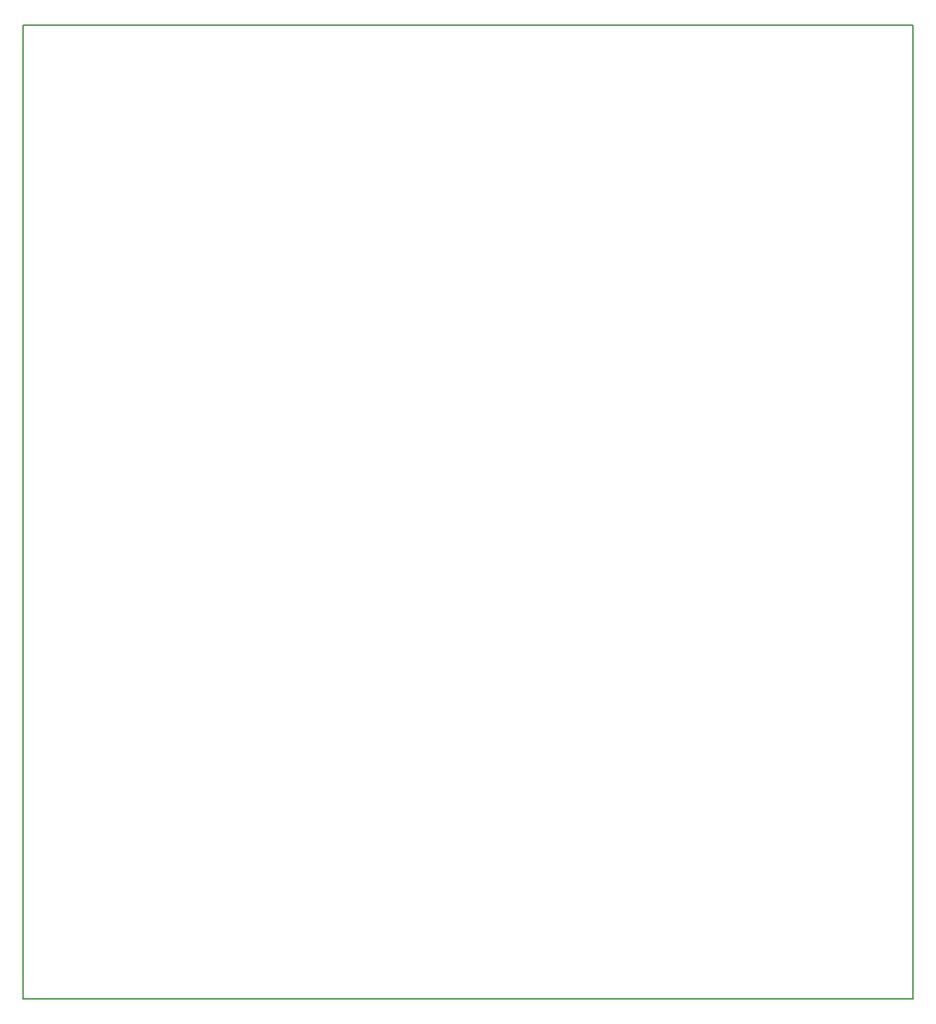
<source format=gbr>
G04 PROTEUS GERBER X2 FILE*
%TF.GenerationSoftware,Labcenter,Proteus,8.7-SP3-Build25561*%
%TF.CreationDate,2021-06-23T20:43:36+00:00*%
%TF.FileFunction,NonPlated,1,2,NPTH*%
%TF.FilePolarity,Positive*%
%TF.Part,Single*%
%TF.SameCoordinates,{72a0a031-abb8-4097-8df3-996e39d3871e}*%
%FSLAX45Y45*%
%MOMM*%
G01*
%TA.AperFunction,Profile*%
%ADD47C,0.203200*%
%TD.AperFunction*%
D47*
X-1079500Y-9461500D02*
X+9715500Y-9461500D01*
X+9715500Y+2349500D01*
X-1079500Y+2349500D01*
X-1079500Y-9461500D01*
M02*

</source>
